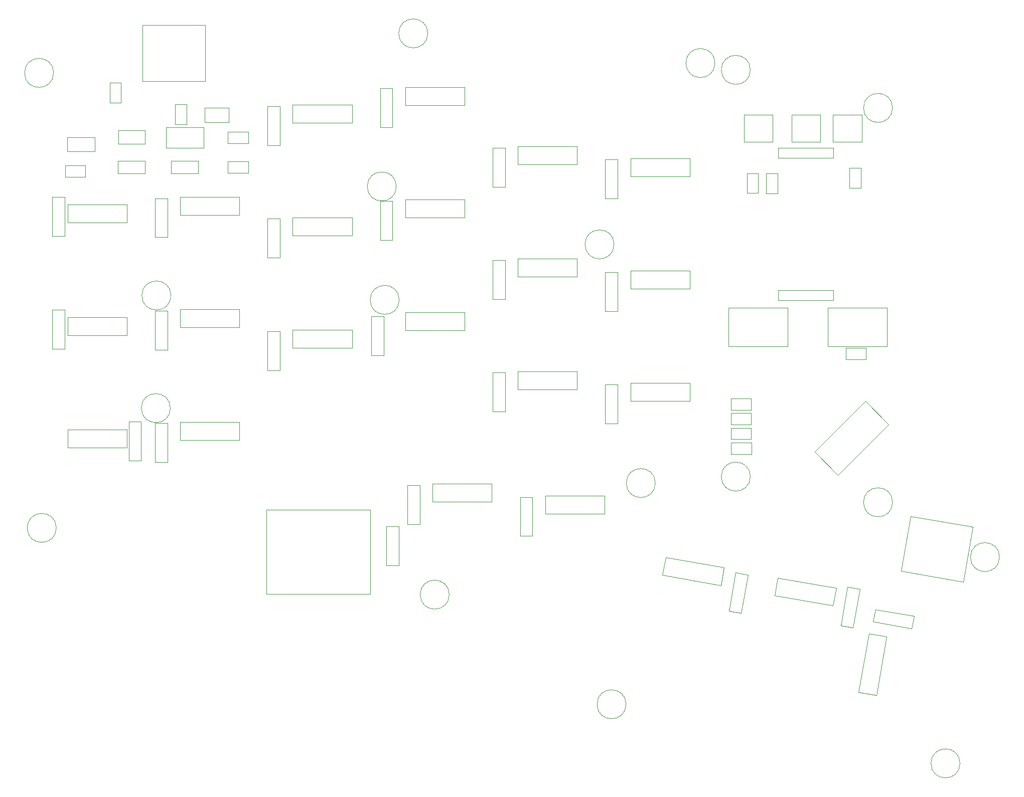
<source format=gbr>
%TF.GenerationSoftware,KiCad,Pcbnew,5.1.9*%
%TF.CreationDate,2021-05-13T19:18:31-05:00*%
%TF.ProjectId,nightwing,6e696768-7477-4696-9e67-2e6b69636164,rev?*%
%TF.SameCoordinates,Original*%
%TF.FileFunction,Other,User*%
%FSLAX46Y46*%
G04 Gerber Fmt 4.6, Leading zero omitted, Abs format (unit mm)*
G04 Created by KiCad (PCBNEW 5.1.9) date 2021-05-13 19:18:31*
%MOMM*%
%LPD*%
G01*
G04 APERTURE LIST*
%ADD10C,0.050000*%
G04 APERTURE END LIST*
D10*
%TO.C,J1*%
X42490000Y-15430000D02*
X31850000Y-15430000D01*
X42490000Y-6010000D02*
X31850000Y-6010000D01*
X42490000Y-15430000D02*
X42490000Y-6010000D01*
X31850000Y-15430000D02*
X31850000Y-6010000D01*
%TO.C,J2*%
X170353530Y-100050243D02*
X159875176Y-98202627D01*
X159875176Y-98202627D02*
X161510942Y-88925738D01*
X170353530Y-100050243D02*
X171989296Y-90773354D01*
X171989296Y-90773354D02*
X161510942Y-88925738D01*
%TO.C,J3*%
X148470000Y-26750000D02*
X148470000Y-28450000D01*
X139150000Y-28450000D02*
X139150000Y-26750000D01*
X139150000Y-26750000D02*
X148470000Y-26750000D01*
X148470000Y-52450000D02*
X139150000Y-52450000D01*
X139150000Y-52450000D02*
X139150000Y-50750000D01*
X148470000Y-28450000D02*
X139150000Y-28450000D01*
X139150000Y-50750000D02*
X148470000Y-50750000D01*
X148470000Y-50750000D02*
X148470000Y-52450000D01*
%TO.C,H8*%
X118417513Y-83342861D02*
G75*
G03*
X118417513Y-83342861I-2450000J0D01*
G01*
%TO.C,RESET_SW1*%
X157500000Y-60250000D02*
X157500000Y-53750000D01*
X147500000Y-53750000D02*
X147500000Y-60250000D01*
X147500000Y-60250000D02*
X157500000Y-60250000D01*
X147500000Y-53750000D02*
X157500000Y-53750000D01*
%TO.C,Boot1*%
X140740000Y-60260000D02*
X140740000Y-53760000D01*
X130740000Y-53760000D02*
X130740000Y-60260000D01*
X130740000Y-60260000D02*
X140740000Y-60260000D01*
X130740000Y-53760000D02*
X140740000Y-53760000D01*
%TO.C,L31*%
X157459088Y-109320601D02*
X154457394Y-108791321D01*
X155722606Y-119168679D02*
X157459088Y-109320601D01*
X152720912Y-118639399D02*
X155722606Y-119168679D01*
X154457394Y-108791321D02*
X152720912Y-118639399D01*
%TO.C,L30*%
X139090601Y-99330912D02*
X138561321Y-102332606D01*
X148938679Y-101067394D02*
X139090601Y-99330912D01*
X148409399Y-104069088D02*
X148938679Y-101067394D01*
X138561321Y-102332606D02*
X148409399Y-104069088D01*
%TO.C,L29*%
X120149105Y-95876715D02*
X119619825Y-98878409D01*
X129997183Y-97613197D02*
X120149105Y-95876715D01*
X129467903Y-100614891D02*
X129997183Y-97613197D01*
X119619825Y-98878409D02*
X129467903Y-100614891D01*
%TO.C,L28*%
X99837500Y-85476000D02*
X99837500Y-88524000D01*
X109837500Y-85476000D02*
X99837500Y-85476000D01*
X109837500Y-88524000D02*
X109837500Y-85476000D01*
X99837500Y-88524000D02*
X109837500Y-88524000D01*
%TO.C,L27*%
X80837500Y-83476000D02*
X80837500Y-86524000D01*
X90837500Y-83476000D02*
X80837500Y-83476000D01*
X90837500Y-86524000D02*
X90837500Y-83476000D01*
X80837500Y-86524000D02*
X90837500Y-86524000D01*
%TO.C,L26*%
X114225000Y-66467000D02*
X114225000Y-69515000D01*
X124225000Y-66467000D02*
X114225000Y-66467000D01*
X124225000Y-69515000D02*
X124225000Y-66467000D01*
X114225000Y-69515000D02*
X124225000Y-69515000D01*
%TO.C,L25*%
X95225000Y-64467000D02*
X95225000Y-67515000D01*
X105225000Y-64467000D02*
X95225000Y-64467000D01*
X105225000Y-67515000D02*
X105225000Y-64467000D01*
X95225000Y-67515000D02*
X105225000Y-67515000D01*
%TO.C,L24*%
X76225000Y-54467000D02*
X76225000Y-57515000D01*
X86225000Y-54467000D02*
X76225000Y-54467000D01*
X86225000Y-57515000D02*
X86225000Y-54467000D01*
X76225000Y-57515000D02*
X86225000Y-57515000D01*
%TO.C,L23*%
X57225000Y-57467000D02*
X57225000Y-60515000D01*
X67225000Y-57467000D02*
X57225000Y-57467000D01*
X67225000Y-60515000D02*
X67225000Y-57467000D01*
X57225000Y-60515000D02*
X67225000Y-60515000D01*
%TO.C,L22*%
X38225000Y-73017000D02*
X38225000Y-76065000D01*
X48225000Y-73017000D02*
X38225000Y-73017000D01*
X48225000Y-76065000D02*
X48225000Y-73017000D01*
X38225000Y-76065000D02*
X48225000Y-76065000D01*
%TO.C,L21*%
X19225000Y-74317000D02*
X19225000Y-77365000D01*
X29225000Y-74317000D02*
X19225000Y-74317000D01*
X29225000Y-77365000D02*
X29225000Y-74317000D01*
X19225000Y-77365000D02*
X29225000Y-77365000D01*
%TO.C,L20*%
X29225000Y-58365000D02*
X29225000Y-55317000D01*
X19225000Y-58365000D02*
X29225000Y-58365000D01*
X19225000Y-55317000D02*
X19225000Y-58365000D01*
X29225000Y-55317000D02*
X19225000Y-55317000D01*
%TO.C,L19*%
X48225000Y-57065000D02*
X48225000Y-54017000D01*
X38225000Y-57065000D02*
X48225000Y-57065000D01*
X38225000Y-54017000D02*
X38225000Y-57065000D01*
X48225000Y-54017000D02*
X38225000Y-54017000D01*
%TO.C,L18*%
X67225000Y-41515000D02*
X67225000Y-38467000D01*
X57225000Y-41515000D02*
X67225000Y-41515000D01*
X57225000Y-38467000D02*
X57225000Y-41515000D01*
X67225000Y-38467000D02*
X57225000Y-38467000D01*
%TO.C,L17*%
X86225000Y-38515000D02*
X86225000Y-35467000D01*
X76225000Y-38515000D02*
X86225000Y-38515000D01*
X76225000Y-35467000D02*
X76225000Y-38515000D01*
X86225000Y-35467000D02*
X76225000Y-35467000D01*
%TO.C,L16*%
X105225000Y-48515000D02*
X105225000Y-45467000D01*
X95225000Y-48515000D02*
X105225000Y-48515000D01*
X95225000Y-45467000D02*
X95225000Y-48515000D01*
X105225000Y-45467000D02*
X95225000Y-45467000D01*
%TO.C,L15*%
X124225000Y-50515000D02*
X124225000Y-47467000D01*
X114225000Y-50515000D02*
X124225000Y-50515000D01*
X114225000Y-47467000D02*
X114225000Y-50515000D01*
X124225000Y-47467000D02*
X114225000Y-47467000D01*
%TO.C,L14*%
X114225000Y-28467000D02*
X114225000Y-31515000D01*
X124225000Y-28467000D02*
X114225000Y-28467000D01*
X124225000Y-31515000D02*
X124225000Y-28467000D01*
X114225000Y-31515000D02*
X124225000Y-31515000D01*
%TO.C,L13*%
X95225000Y-26467000D02*
X95225000Y-29515000D01*
X105225000Y-26467000D02*
X95225000Y-26467000D01*
X105225000Y-29515000D02*
X105225000Y-26467000D01*
X95225000Y-29515000D02*
X105225000Y-29515000D01*
%TO.C,L12*%
X76225000Y-16467000D02*
X76225000Y-19515000D01*
X86225000Y-16467000D02*
X76225000Y-16467000D01*
X86225000Y-19515000D02*
X86225000Y-16467000D01*
X76225000Y-19515000D02*
X86225000Y-19515000D01*
%TO.C,L11*%
X57225000Y-19467000D02*
X57225000Y-22515000D01*
X67225000Y-19467000D02*
X57225000Y-19467000D01*
X67225000Y-22515000D02*
X67225000Y-19467000D01*
X57225000Y-22515000D02*
X67225000Y-22515000D01*
%TO.C,L10*%
X38225000Y-35017000D02*
X38225000Y-38065000D01*
X48225000Y-35017000D02*
X38225000Y-35017000D01*
X48225000Y-38065000D02*
X48225000Y-35017000D01*
X38225000Y-38065000D02*
X48225000Y-38065000D01*
%TO.C,L9*%
X19225000Y-36317000D02*
X19225000Y-39365000D01*
X29225000Y-36317000D02*
X19225000Y-36317000D01*
X29225000Y-39365000D02*
X29225000Y-36317000D01*
X19225000Y-39365000D02*
X29225000Y-39365000D01*
%TO.C,JP1*%
X42388000Y-19940000D02*
X46452000Y-19940000D01*
X42388000Y-19940000D02*
X42388000Y-22440000D01*
X46452000Y-22440000D02*
X46452000Y-19940000D01*
X46452000Y-22440000D02*
X42388000Y-22440000D01*
%TO.C,D24*%
X152910935Y-101242306D02*
X150842839Y-100877645D01*
X149696761Y-107377376D02*
X150842839Y-100877645D01*
X151764857Y-107742037D02*
X149696761Y-107377376D01*
X152910935Y-101242306D02*
X151764857Y-107742037D01*
%TO.C,D23*%
X134030935Y-98832306D02*
X131962839Y-98467645D01*
X130816761Y-104967376D02*
X131962839Y-98467645D01*
X132884857Y-105332037D02*
X130816761Y-104967376D01*
X134030935Y-98832306D02*
X132884857Y-105332037D01*
%TO.C,D22*%
X155552306Y-104699065D02*
X155187645Y-106767161D01*
X161687376Y-107913239D02*
X155187645Y-106767161D01*
X162052037Y-105845143D02*
X161687376Y-107913239D01*
X155552306Y-104699065D02*
X162052037Y-105845143D01*
%TO.C,D21*%
X97687500Y-85700000D02*
X95587500Y-85700000D01*
X95587500Y-92300000D02*
X95587500Y-85700000D01*
X97687500Y-92300000D02*
X95587500Y-92300000D01*
X97687500Y-85700000D02*
X97687500Y-92300000D01*
%TO.C,D20*%
X78687500Y-83700000D02*
X76587500Y-83700000D01*
X76587500Y-90300000D02*
X76587500Y-83700000D01*
X78687500Y-90300000D02*
X76587500Y-90300000D01*
X78687500Y-83700000D02*
X78687500Y-90300000D01*
%TO.C,D19*%
X75111710Y-90636498D02*
X73011710Y-90636498D01*
X73011710Y-97236498D02*
X73011710Y-90636498D01*
X75111710Y-97236498D02*
X73011710Y-97236498D01*
X75111710Y-90636498D02*
X75111710Y-97236498D01*
%TO.C,D18*%
X112075000Y-66691000D02*
X109975000Y-66691000D01*
X109975000Y-73291000D02*
X109975000Y-66691000D01*
X112075000Y-73291000D02*
X109975000Y-73291000D01*
X112075000Y-66691000D02*
X112075000Y-73291000D01*
%TO.C,D17*%
X93075000Y-64691000D02*
X90975000Y-64691000D01*
X90975000Y-71291000D02*
X90975000Y-64691000D01*
X93075000Y-71291000D02*
X90975000Y-71291000D01*
X93075000Y-64691000D02*
X93075000Y-71291000D01*
%TO.C,D16*%
X72580487Y-55210854D02*
X70480487Y-55210854D01*
X70480487Y-61810854D02*
X70480487Y-55210854D01*
X72580487Y-61810854D02*
X70480487Y-61810854D01*
X72580487Y-55210854D02*
X72580487Y-61810854D01*
%TO.C,D15*%
X55075000Y-57691000D02*
X52975000Y-57691000D01*
X52975000Y-64291000D02*
X52975000Y-57691000D01*
X55075000Y-64291000D02*
X52975000Y-64291000D01*
X55075000Y-57691000D02*
X55075000Y-64291000D01*
%TO.C,D14*%
X36075000Y-73241000D02*
X33975000Y-73241000D01*
X33975000Y-79841000D02*
X33975000Y-73241000D01*
X36075000Y-79841000D02*
X33975000Y-79841000D01*
X36075000Y-73241000D02*
X36075000Y-79841000D01*
%TO.C,D13*%
X31660000Y-72920000D02*
X29560000Y-72920000D01*
X29560000Y-79520000D02*
X29560000Y-72920000D01*
X31660000Y-79520000D02*
X29560000Y-79520000D01*
X31660000Y-72920000D02*
X31660000Y-79520000D01*
%TO.C,D12*%
X112075000Y-47691000D02*
X109975000Y-47691000D01*
X109975000Y-54291000D02*
X109975000Y-47691000D01*
X112075000Y-54291000D02*
X109975000Y-54291000D01*
X112075000Y-47691000D02*
X112075000Y-54291000D01*
%TO.C,D11*%
X93075000Y-45691000D02*
X90975000Y-45691000D01*
X90975000Y-52291000D02*
X90975000Y-45691000D01*
X93075000Y-52291000D02*
X90975000Y-52291000D01*
X93075000Y-45691000D02*
X93075000Y-52291000D01*
%TO.C,D10*%
X74075000Y-35691000D02*
X71975000Y-35691000D01*
X71975000Y-42291000D02*
X71975000Y-35691000D01*
X74075000Y-42291000D02*
X71975000Y-42291000D01*
X74075000Y-35691000D02*
X74075000Y-42291000D01*
%TO.C,D9*%
X55075000Y-38691000D02*
X52975000Y-38691000D01*
X52975000Y-45291000D02*
X52975000Y-38691000D01*
X55075000Y-45291000D02*
X52975000Y-45291000D01*
X55075000Y-38691000D02*
X55075000Y-45291000D01*
%TO.C,D8*%
X36075000Y-54241000D02*
X33975000Y-54241000D01*
X33975000Y-60841000D02*
X33975000Y-54241000D01*
X36075000Y-60841000D02*
X33975000Y-60841000D01*
X36075000Y-54241000D02*
X36075000Y-60841000D01*
%TO.C,D7*%
X18775000Y-54041000D02*
X16675000Y-54041000D01*
X16675000Y-60641000D02*
X16675000Y-54041000D01*
X18775000Y-60641000D02*
X16675000Y-60641000D01*
X18775000Y-54041000D02*
X18775000Y-60641000D01*
%TO.C,D6*%
X112075000Y-28691000D02*
X109975000Y-28691000D01*
X109975000Y-35291000D02*
X109975000Y-28691000D01*
X112075000Y-35291000D02*
X109975000Y-35291000D01*
X112075000Y-28691000D02*
X112075000Y-35291000D01*
%TO.C,D5*%
X93075000Y-26691000D02*
X90975000Y-26691000D01*
X90975000Y-33291000D02*
X90975000Y-26691000D01*
X93075000Y-33291000D02*
X90975000Y-33291000D01*
X93075000Y-26691000D02*
X93075000Y-33291000D01*
%TO.C,D4*%
X74075000Y-16691000D02*
X71975000Y-16691000D01*
X71975000Y-23291000D02*
X71975000Y-16691000D01*
X74075000Y-23291000D02*
X71975000Y-23291000D01*
X74075000Y-16691000D02*
X74075000Y-23291000D01*
%TO.C,D3*%
X55075000Y-19691000D02*
X52975000Y-19691000D01*
X52975000Y-26291000D02*
X52975000Y-19691000D01*
X55075000Y-26291000D02*
X52975000Y-26291000D01*
X55075000Y-19691000D02*
X55075000Y-26291000D01*
%TO.C,D2*%
X36075000Y-35241000D02*
X33975000Y-35241000D01*
X33975000Y-41841000D02*
X33975000Y-35241000D01*
X36075000Y-41841000D02*
X33975000Y-41841000D01*
X36075000Y-35241000D02*
X36075000Y-41841000D01*
%TO.C,D1*%
X18775000Y-35041000D02*
X16675000Y-35041000D01*
X16675000Y-41641000D02*
X16675000Y-35041000D01*
X18775000Y-41641000D02*
X16675000Y-41641000D01*
X18775000Y-35041000D02*
X18775000Y-41641000D01*
%TO.C,D25*%
X23840000Y-27290000D02*
X23840000Y-24990000D01*
X19140000Y-24990000D02*
X23840000Y-24990000D01*
X19140000Y-27290000D02*
X19140000Y-24990000D01*
X23840000Y-27290000D02*
X19140000Y-27290000D01*
%TO.C,H9*%
X176500000Y-95850000D02*
G75*
G03*
X176500000Y-95850000I-2450000J0D01*
G01*
%TO.C,H1*%
X128480000Y-12400000D02*
G75*
G03*
X128480000Y-12400000I-2450000J0D01*
G01*
%TO.C,16mhz1*%
X145294517Y-78035685D02*
X149254315Y-81995483D01*
X149254315Y-81995483D02*
X157810307Y-73439491D01*
X157810307Y-73439491D02*
X153850509Y-69479693D01*
X153850509Y-69479693D02*
X145294517Y-78035685D01*
%TO.C,C5*%
X131220000Y-76520000D02*
X134620000Y-76520000D01*
X131220000Y-78480000D02*
X131220000Y-76520000D01*
X134620000Y-78480000D02*
X131220000Y-78480000D01*
X134620000Y-76520000D02*
X134620000Y-78480000D01*
%TO.C,H1*%
X134450000Y-13550000D02*
G75*
G03*
X134450000Y-13550000I-2450000J0D01*
G01*
X158450000Y-19970000D02*
G75*
G03*
X158450000Y-19970000I-2450000J0D01*
G01*
X36574636Y-70686746D02*
G75*
G03*
X36574636Y-70686746I-2450000J0D01*
G01*
%TO.C,H6*%
X74710000Y-33240000D02*
G75*
G03*
X74710000Y-33240000I-2450000J0D01*
G01*
%TO.C,H1*%
X113480000Y-120710000D02*
G75*
G03*
X113480000Y-120710000I-2450000J0D01*
G01*
X17324828Y-90916530D02*
G75*
G03*
X17324828Y-90916530I-2450000J0D01*
G01*
X16870000Y-14060000D02*
G75*
G03*
X16870000Y-14060000I-2450000J0D01*
G01*
X80020000Y-7390000D02*
G75*
G03*
X80020000Y-7390000I-2450000J0D01*
G01*
%TO.C,H10*%
X83636634Y-102186410D02*
G75*
G03*
X83636634Y-102186410I-2450000J0D01*
G01*
%TO.C,H9*%
X169830000Y-130690000D02*
G75*
G03*
X169830000Y-130690000I-2450000J0D01*
G01*
%TO.C,H7*%
X111450000Y-43030000D02*
G75*
G03*
X111450000Y-43030000I-2450000J0D01*
G01*
%TO.C,H2*%
X158450000Y-86590000D02*
G75*
G03*
X158450000Y-86590000I-2450000J0D01*
G01*
%TO.C,H5*%
X75199224Y-52405691D02*
G75*
G03*
X75199224Y-52405691I-2450000J0D01*
G01*
%TO.C,H4*%
X134450000Y-82250000D02*
G75*
G03*
X134450000Y-82250000I-2450000J0D01*
G01*
%TO.C,H3*%
X36668385Y-51655699D02*
G75*
G03*
X36668385Y-51655699I-2450000J0D01*
G01*
%TO.C,D27*%
X146250000Y-21180000D02*
X141400000Y-21180000D01*
X146250000Y-25680000D02*
X146250000Y-21180000D01*
X141400000Y-25680000D02*
X146250000Y-25680000D01*
X141400000Y-21180000D02*
X141400000Y-25680000D01*
%TO.C,R6*%
X139042277Y-31038401D02*
X139042277Y-34398401D01*
X137142277Y-31038401D02*
X139042277Y-31038401D01*
X137142277Y-34398401D02*
X137142277Y-31038401D01*
X139042277Y-34398401D02*
X137142277Y-34398401D01*
%TO.C,RED1*%
X148400000Y-21180000D02*
X148400000Y-25680000D01*
X148400000Y-25680000D02*
X153250000Y-25680000D01*
X153250000Y-25680000D02*
X153250000Y-21180000D01*
X153250000Y-21180000D02*
X148400000Y-21180000D01*
%TO.C,D26*%
X133400000Y-21180000D02*
X133400000Y-25680000D01*
X133400000Y-25680000D02*
X138250000Y-25680000D01*
X138250000Y-25680000D02*
X138250000Y-21180000D01*
X138250000Y-21180000D02*
X133400000Y-21180000D01*
%TO.C,R8*%
X135761062Y-34373411D02*
X133861062Y-34373411D01*
X133861062Y-34373411D02*
X133861062Y-31013411D01*
X133861062Y-31013411D02*
X135761062Y-31013411D01*
X135761062Y-31013411D02*
X135761062Y-34373411D01*
%TO.C,SW19*%
X70290000Y-102070000D02*
X52790000Y-102070000D01*
X70290000Y-102070000D02*
X70290000Y-87870000D01*
X52790000Y-87870000D02*
X52790000Y-102070000D01*
X52790000Y-87870000D02*
X70290000Y-87870000D01*
%TO.C,R4*%
X39310000Y-19390000D02*
X39310000Y-22750000D01*
X37410000Y-19390000D02*
X39310000Y-19390000D01*
X37410000Y-22750000D02*
X37410000Y-19390000D01*
X39310000Y-22750000D02*
X37410000Y-22750000D01*
%TO.C,R3*%
X28230959Y-19092324D02*
X26330959Y-19092324D01*
X26330959Y-19092324D02*
X26330959Y-15732324D01*
X26330959Y-15732324D02*
X28230959Y-15732324D01*
X28230959Y-15732324D02*
X28230959Y-19092324D01*
%TO.C,U2*%
X42180000Y-23250000D02*
X35820000Y-23250000D01*
X42180000Y-26750000D02*
X42180000Y-23250000D01*
X35820000Y-26750000D02*
X42180000Y-26750000D01*
X35820000Y-23250000D02*
X35820000Y-26750000D01*
%TO.C,R7*%
X131230000Y-74050000D02*
X134590000Y-74050000D01*
X131230000Y-75950000D02*
X131230000Y-74050000D01*
X134590000Y-75950000D02*
X131230000Y-75950000D01*
X134590000Y-74050000D02*
X134590000Y-75950000D01*
%TO.C,R5*%
X131230000Y-71550000D02*
X134590000Y-71550000D01*
X131230000Y-73450000D02*
X131230000Y-71550000D01*
X134590000Y-73450000D02*
X131230000Y-73450000D01*
X134590000Y-71550000D02*
X134590000Y-73450000D01*
%TO.C,R2*%
X153953366Y-62449344D02*
X150593366Y-62449344D01*
X153953366Y-60549344D02*
X153953366Y-62449344D01*
X150593366Y-60549344D02*
X153953366Y-60549344D01*
X150593366Y-62449344D02*
X150593366Y-60549344D01*
%TO.C,R1*%
X153104627Y-30100911D02*
X153104627Y-33460911D01*
X151204627Y-30100911D02*
X153104627Y-30100911D01*
X151204627Y-33460911D02*
X151204627Y-30100911D01*
X153104627Y-33460911D02*
X151204627Y-33460911D01*
%TO.C,F1*%
X32340000Y-26020000D02*
X27780000Y-26020000D01*
X32340000Y-23780000D02*
X32340000Y-26020000D01*
X27780000Y-23780000D02*
X32340000Y-23780000D01*
X27780000Y-26020000D02*
X27780000Y-23780000D01*
%TO.C,C19*%
X32300000Y-31050000D02*
X27700000Y-31050000D01*
X32300000Y-28950000D02*
X32300000Y-31050000D01*
X27700000Y-28950000D02*
X32300000Y-28950000D01*
X27700000Y-31050000D02*
X27700000Y-28950000D01*
%TO.C,C8*%
X49700000Y-25980000D02*
X46300000Y-25980000D01*
X49700000Y-24020000D02*
X49700000Y-25980000D01*
X46300000Y-24020000D02*
X49700000Y-24020000D01*
X46300000Y-25980000D02*
X46300000Y-24020000D01*
%TO.C,C7*%
X49700000Y-30980000D02*
X46300000Y-30980000D01*
X49700000Y-29020000D02*
X49700000Y-30980000D01*
X46300000Y-29020000D02*
X49700000Y-29020000D01*
X46300000Y-30980000D02*
X46300000Y-29020000D01*
%TO.C,C6*%
X41300000Y-31050000D02*
X36700000Y-31050000D01*
X41300000Y-28950000D02*
X41300000Y-31050000D01*
X36700000Y-28950000D02*
X41300000Y-28950000D01*
X36700000Y-31050000D02*
X36700000Y-28950000D01*
%TO.C,C3*%
X22231031Y-31635923D02*
X18831031Y-31635923D01*
X22231031Y-29675923D02*
X22231031Y-31635923D01*
X18831031Y-29675923D02*
X22231031Y-29675923D01*
X18831031Y-31635923D02*
X18831031Y-29675923D01*
%TO.C,C1*%
X134610000Y-70980000D02*
X131210000Y-70980000D01*
X134610000Y-69020000D02*
X134610000Y-70980000D01*
X131210000Y-69020000D02*
X134610000Y-69020000D01*
X131210000Y-70980000D02*
X131210000Y-69020000D01*
%TD*%
M02*

</source>
